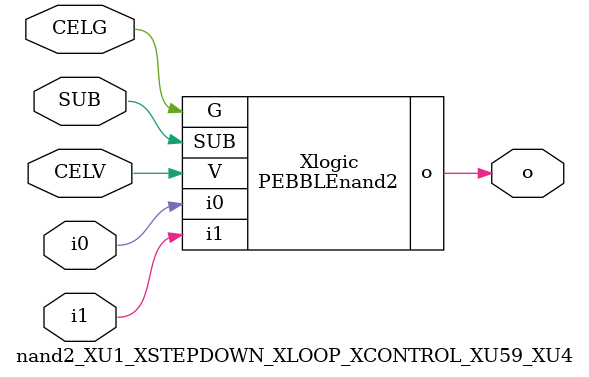
<source format=v>



module PEBBLEnand2 ( o, G, SUB, V, i0, i1 );

  input i0;
  input V;
  input i1;
  input G;
  output o;
  input SUB;
endmodule

//Celera Confidential Do Not Copy nand2_XU1_XSTEPDOWN_XLOOP_XCONTROL_XU59_XU4
//Celera Confidential Symbol Generator
//5V NAND2
module nand2_XU1_XSTEPDOWN_XLOOP_XCONTROL_XU59_XU4 (CELV,CELG,i0,i1,o,SUB);
input CELV;
input CELG;
input i0;
input i1;
input SUB;
output o;

//Celera Confidential Do Not Copy nand2
PEBBLEnand2 Xlogic(
.V (CELV),
.i0 (i0),
.i1 (i1),
.o (o),
.SUB (SUB),
.G (CELG)
);
//,diesize,PEBBLEnand2

//Celera Confidential Do Not Copy Module End
//Celera Schematic Generator
endmodule

</source>
